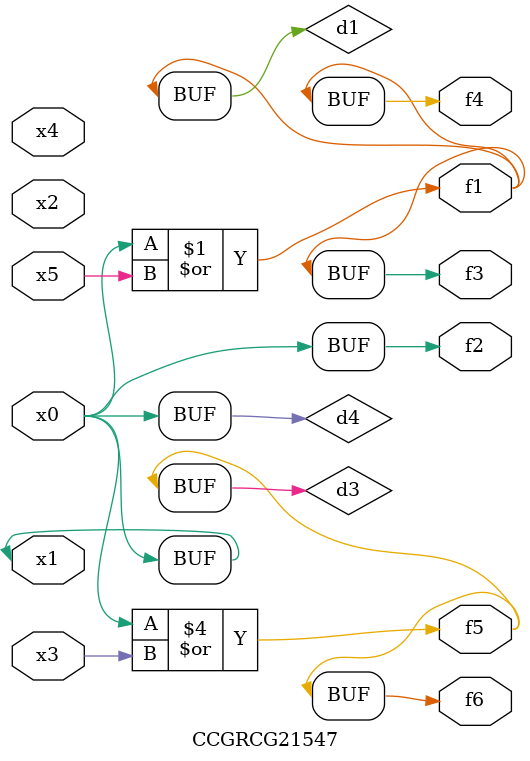
<source format=v>
module CCGRCG21547(
	input x0, x1, x2, x3, x4, x5,
	output f1, f2, f3, f4, f5, f6
);

	wire d1, d2, d3, d4;

	or (d1, x0, x5);
	xnor (d2, x1, x4);
	or (d3, x0, x3);
	buf (d4, x0, x1);
	assign f1 = d1;
	assign f2 = d4;
	assign f3 = d1;
	assign f4 = d1;
	assign f5 = d3;
	assign f6 = d3;
endmodule

</source>
